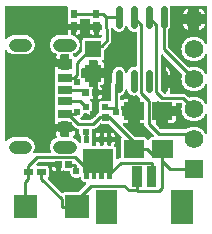
<source format=gtl>
G04 Layer: TopLayer*
G04 EasyEDA v6.5.9, 2022-07-20 11:51:06*
G04 f1700a5533a94dbab9b25466b2df9886,20d39a695127413eb41274384cfbb926,10*
G04 Gerber Generator version 0.2*
G04 Scale: 100 percent, Rotated: No, Reflected: No *
G04 Dimensions in millimeters *
G04 leading zeros omitted , absolute positions ,4 integer and 5 decimal *
%FSLAX45Y45*%
%MOMM*%

%ADD10C,0.2540*%
%ADD11C,0.5684*%
%ADD12R,1.3500X1.4100*%
%ADD13R,0.5400X0.7901*%
%ADD14R,2.6000X2.0500*%
%ADD15R,1.2000X0.7000*%
%ADD16R,1.2000X0.8000*%
%ADD17R,1.2000X0.9000*%
%ADD18R,1.7280X1.4850*%
%ADD19R,0.5400X0.5657*%
%ADD20C,1.5748*%
%ADD21R,1.5748X1.5748*%
%ADD22C,0.6096*%
%ADD23C,0.6100*%
%ADD24C,1.1000*%
%ADD25C,0.0147*%

%LPD*%
G36*
X2425547Y8395563D02*
G01*
X2421483Y8397494D01*
X2418638Y8400999D01*
X2414727Y8408924D01*
X2407107Y8420303D01*
X2398064Y8430564D01*
X2387803Y8439607D01*
X2376424Y8447227D01*
X2364130Y8453272D01*
X2351176Y8457641D01*
X2337765Y8460333D01*
X2324100Y8461248D01*
X2310434Y8460333D01*
X2297023Y8457641D01*
X2288540Y8454796D01*
X2284831Y8454237D01*
X2281174Y8455101D01*
X2278075Y8457234D01*
X2111705Y8623604D01*
X2109470Y8626906D01*
X2108708Y8630818D01*
X2108708Y8769959D01*
X2109470Y8773820D01*
X2117140Y8784894D01*
X2121103Y8793429D01*
X2123541Y8802573D01*
X2124405Y8812479D01*
X2124405Y8949740D01*
X2123541Y8959646D01*
X2122830Y8964980D01*
X2123897Y8968536D01*
X2126132Y8971483D01*
X2129282Y8973413D01*
X2132939Y8974074D01*
X2266543Y8974074D01*
X2270709Y8973159D01*
X2274163Y8970619D01*
X2276246Y8966860D01*
X2276602Y8962593D01*
X2275179Y8958529D01*
X2272182Y8955481D01*
X2260396Y8947607D01*
X2250135Y8938564D01*
X2241092Y8928303D01*
X2233472Y8916924D01*
X2230221Y8910320D01*
X2278380Y8910320D01*
X2278380Y8963914D01*
X2279142Y8967825D01*
X2281377Y8971076D01*
X2284628Y8973312D01*
X2288540Y8974074D01*
X2359660Y8974074D01*
X2363571Y8973312D01*
X2366822Y8971076D01*
X2369058Y8967825D01*
X2369820Y8963914D01*
X2369820Y8910320D01*
X2417978Y8910320D01*
X2414727Y8916924D01*
X2407107Y8928303D01*
X2398064Y8938564D01*
X2387803Y8947607D01*
X2376017Y8955481D01*
X2373020Y8958529D01*
X2371598Y8962593D01*
X2371953Y8966860D01*
X2374036Y8970619D01*
X2377490Y8973159D01*
X2381656Y8974074D01*
X2427732Y8974074D01*
X2431643Y8973312D01*
X2434894Y8971076D01*
X2437130Y8967825D01*
X2437892Y8963914D01*
X2437892Y8913469D01*
X2436876Y8909100D01*
X2435199Y8906916D01*
X2437130Y8904071D01*
X2437892Y8900160D01*
X2437892Y8829040D01*
X2437130Y8825128D01*
X2435199Y8822283D01*
X2436876Y8820099D01*
X2437892Y8815730D01*
X2437892Y8659469D01*
X2436876Y8655100D01*
X2434082Y8651544D01*
X2430018Y8649563D01*
X2425547Y8649563D01*
X2421483Y8651494D01*
X2418638Y8654999D01*
X2414727Y8662924D01*
X2407107Y8674303D01*
X2398064Y8684564D01*
X2387803Y8693607D01*
X2376424Y8701227D01*
X2364130Y8707272D01*
X2351176Y8711641D01*
X2337765Y8714333D01*
X2324100Y8715248D01*
X2310434Y8714333D01*
X2297023Y8711641D01*
X2284069Y8707272D01*
X2271776Y8701227D01*
X2260396Y8693607D01*
X2250135Y8684564D01*
X2241092Y8674303D01*
X2233472Y8662924D01*
X2227427Y8650630D01*
X2223058Y8637676D01*
X2220366Y8624265D01*
X2219452Y8610600D01*
X2220366Y8596934D01*
X2223058Y8583523D01*
X2227427Y8570569D01*
X2233472Y8558276D01*
X2241092Y8546896D01*
X2250135Y8536635D01*
X2260396Y8527592D01*
X2271776Y8519972D01*
X2284069Y8513927D01*
X2297023Y8509558D01*
X2310434Y8506866D01*
X2324100Y8505952D01*
X2337765Y8506866D01*
X2351176Y8509558D01*
X2364130Y8513927D01*
X2376424Y8519972D01*
X2387803Y8527592D01*
X2398064Y8536635D01*
X2407107Y8546896D01*
X2414727Y8558276D01*
X2418638Y8566200D01*
X2421483Y8569706D01*
X2425547Y8571636D01*
X2430018Y8571636D01*
X2434082Y8569655D01*
X2436876Y8566099D01*
X2437892Y8561730D01*
X2437892Y8405469D01*
X2436876Y8401100D01*
X2434082Y8397544D01*
X2430018Y8395563D01*
G37*

%LPC*%
G36*
X2278380Y8770721D02*
G01*
X2278380Y8818880D01*
X2230221Y8818880D01*
X2233472Y8812276D01*
X2241092Y8800896D01*
X2250135Y8790635D01*
X2260396Y8781592D01*
X2271776Y8773972D01*
G37*
G36*
X2369820Y8770721D02*
G01*
X2376424Y8773972D01*
X2387803Y8781592D01*
X2398064Y8790635D01*
X2407107Y8800896D01*
X2414727Y8812276D01*
X2417978Y8818880D01*
X2369820Y8818880D01*
G37*

%LPD*%
G36*
X2425547Y8141563D02*
G01*
X2421483Y8143494D01*
X2418638Y8146999D01*
X2414727Y8154924D01*
X2407107Y8166303D01*
X2398064Y8176564D01*
X2387803Y8185607D01*
X2376424Y8193227D01*
X2364130Y8199272D01*
X2351176Y8203641D01*
X2337765Y8206333D01*
X2324100Y8207248D01*
X2310434Y8206333D01*
X2297023Y8203641D01*
X2288540Y8200796D01*
X2284831Y8200237D01*
X2281174Y8201101D01*
X2278075Y8203234D01*
X2260752Y8220557D01*
X2254504Y8225688D01*
X2247849Y8229244D01*
X2240635Y8231428D01*
X2232609Y8232241D01*
X2127656Y8232241D01*
X2123643Y8233003D01*
X2120341Y8235340D01*
X2118156Y8238744D01*
X2117496Y8242757D01*
X2118410Y8246668D01*
X2121103Y8252409D01*
X2123541Y8261553D01*
X2124405Y8271459D01*
X2124405Y8284972D01*
X2090674Y8284972D01*
X2090674Y8242401D01*
X2089912Y8238490D01*
X2087676Y8235188D01*
X2084374Y8233003D01*
X2080514Y8232241D01*
X2078380Y8232241D01*
X2074519Y8233003D01*
X2071217Y8235188D01*
X2052523Y8253882D01*
X2050288Y8257184D01*
X2049525Y8261045D01*
X2049525Y8286800D01*
X2047239Y8289086D01*
X2045716Y8291931D01*
X2045207Y8295131D01*
X2045207Y8385048D01*
X2045716Y8388248D01*
X2047239Y8391093D01*
X2049525Y8393379D01*
X2049525Y8463432D01*
X2047239Y8465667D01*
X2045716Y8468563D01*
X2045207Y8471763D01*
X2045207Y8556345D01*
X2045970Y8560257D01*
X2048205Y8563559D01*
X2051507Y8565743D01*
X2055368Y8566505D01*
X2059279Y8565743D01*
X2062530Y8563559D01*
X2223465Y8402624D01*
X2225598Y8399526D01*
X2226462Y8395868D01*
X2225903Y8392160D01*
X2223058Y8383676D01*
X2220366Y8370265D01*
X2219452Y8356600D01*
X2220366Y8342934D01*
X2223058Y8329523D01*
X2227427Y8316569D01*
X2233472Y8304275D01*
X2241092Y8292896D01*
X2250135Y8282635D01*
X2260396Y8273592D01*
X2271776Y8265972D01*
X2284069Y8259927D01*
X2297023Y8255558D01*
X2310434Y8252866D01*
X2324100Y8251952D01*
X2337765Y8252866D01*
X2351176Y8255558D01*
X2364130Y8259927D01*
X2376424Y8265972D01*
X2387803Y8273592D01*
X2398064Y8282635D01*
X2407107Y8292896D01*
X2414727Y8304275D01*
X2418638Y8312200D01*
X2421483Y8315706D01*
X2425547Y8317636D01*
X2430018Y8317636D01*
X2434082Y8315655D01*
X2436876Y8312099D01*
X2437892Y8307730D01*
X2437892Y8151469D01*
X2436876Y8147100D01*
X2434082Y8143544D01*
X2430018Y8141563D01*
G37*

%LPC*%
G36*
X2090674Y8395208D02*
G01*
X2124405Y8395208D01*
X2124405Y8408720D01*
X2123541Y8418626D01*
X2121103Y8427770D01*
X2117140Y8436305D01*
X2111705Y8444077D01*
X2104999Y8450783D01*
X2097227Y8456218D01*
X2090674Y8459266D01*
G37*

%LPD*%
G36*
X1373632Y8014208D02*
G01*
X1369466Y8015122D01*
X1366062Y8017611D01*
X1363929Y8021320D01*
X1363522Y8025536D01*
X1364894Y8029600D01*
X1367790Y8032699D01*
X1369720Y8034020D01*
X1376629Y8040979D01*
X1382928Y8050022D01*
X1385925Y8052917D01*
X1389837Y8054289D01*
X1389837Y8056118D01*
X1390599Y8060029D01*
X1392834Y8063331D01*
X1396136Y8065516D01*
X1399997Y8066278D01*
X1419402Y8066278D01*
X1423263Y8065516D01*
X1426565Y8063331D01*
X1428800Y8060029D01*
X1429562Y8056118D01*
X1429562Y8054390D01*
X1462633Y8054340D01*
X1462633Y8061655D01*
X1461871Y8067954D01*
X1459839Y8073847D01*
X1459280Y8077200D01*
X1459839Y8080552D01*
X1461871Y8086445D01*
X1462633Y8092744D01*
X1462633Y8148218D01*
X1461871Y8154517D01*
X1459992Y8159953D01*
X1456893Y8164880D01*
X1452829Y8168944D01*
X1447952Y8172043D01*
X1444904Y8174939D01*
X1443329Y8178850D01*
X1443482Y8183067D01*
X1445310Y8186826D01*
X1448511Y8189569D01*
X1452524Y8190788D01*
X1463344Y8189366D01*
X1470609Y8189366D01*
X1470609Y8222437D01*
X1468882Y8222437D01*
X1464970Y8223199D01*
X1461668Y8225434D01*
X1459484Y8228736D01*
X1458722Y8232597D01*
X1458722Y8252002D01*
X1459484Y8255863D01*
X1461668Y8259165D01*
X1464970Y8261400D01*
X1468882Y8262162D01*
X1470609Y8262162D01*
X1470609Y8289290D01*
X1452219Y8289290D01*
X1449527Y8289645D01*
X1447088Y8290661D01*
X1443532Y8292744D01*
X1439926Y8294014D01*
X1436370Y8296148D01*
X1433931Y8299551D01*
X1433118Y8303615D01*
X1433118Y8364423D01*
X1383893Y8364423D01*
X1379982Y8365185D01*
X1376730Y8367369D01*
X1372260Y8371840D01*
X1370177Y8374786D01*
X1369314Y8378342D01*
X1369720Y8381949D01*
X1371295Y8387181D01*
X1372108Y8395208D01*
X1372108Y8437422D01*
X1372870Y8441334D01*
X1375105Y8444636D01*
X1378356Y8446820D01*
X1382268Y8447582D01*
X1433118Y8447582D01*
X1433118Y8505444D01*
X1433880Y8509304D01*
X1436065Y8512606D01*
X1439367Y8514842D01*
X1443278Y8515604D01*
X1503121Y8515604D01*
X1507032Y8514842D01*
X1510334Y8512606D01*
X1512519Y8509304D01*
X1513281Y8505444D01*
X1513281Y8447582D01*
X1566621Y8447582D01*
X1566621Y8475929D01*
X1565910Y8482228D01*
X1563979Y8487714D01*
X1560880Y8492591D01*
X1556816Y8496706D01*
X1550924Y8500414D01*
X1547977Y8503208D01*
X1546402Y8506968D01*
X1546402Y8511032D01*
X1547977Y8514791D01*
X1550924Y8517585D01*
X1556816Y8521293D01*
X1560880Y8525408D01*
X1563979Y8530285D01*
X1565910Y8535771D01*
X1566621Y8542070D01*
X1566621Y8595868D01*
X1567078Y8599017D01*
X1568551Y8601811D01*
X1570736Y8604097D01*
X1575155Y8607298D01*
X1580591Y8613241D01*
X1620215Y8666327D01*
X1622348Y8670188D01*
X1623568Y8673134D01*
X1624888Y8677300D01*
X1625549Y8680399D01*
X1626057Y8684768D01*
X1623212Y8779306D01*
X1623974Y8783574D01*
X1626412Y8787079D01*
X1630121Y8789263D01*
X1634439Y8789720D01*
X1638503Y8788400D01*
X1641652Y8785453D01*
X1647494Y8777122D01*
X1654200Y8770416D01*
X1661972Y8764981D01*
X1670507Y8761018D01*
X1679651Y8758529D01*
X1689100Y8757716D01*
X1698548Y8758529D01*
X1707692Y8761018D01*
X1716227Y8764981D01*
X1723999Y8770416D01*
X1730705Y8777122D01*
X1736140Y8784894D01*
X1740103Y8793429D01*
X1742795Y8803436D01*
X1744827Y8807297D01*
X1748282Y8809990D01*
X1752600Y8810955D01*
X1756918Y8809990D01*
X1760372Y8807297D01*
X1762404Y8803436D01*
X1765096Y8793429D01*
X1769059Y8784894D01*
X1774494Y8777122D01*
X1781200Y8770416D01*
X1788972Y8764981D01*
X1797507Y8761018D01*
X1806651Y8758529D01*
X1816100Y8757716D01*
X1825548Y8758529D01*
X1828190Y8759291D01*
X1831898Y8759545D01*
X1835454Y8758529D01*
X1838401Y8756243D01*
X1840331Y8753094D01*
X1840992Y8749436D01*
X1840992Y8471763D01*
X1840331Y8468106D01*
X1838401Y8464956D01*
X1835454Y8462670D01*
X1831898Y8461654D01*
X1828190Y8461908D01*
X1825548Y8462619D01*
X1816100Y8463483D01*
X1806651Y8462619D01*
X1797507Y8460181D01*
X1788972Y8456218D01*
X1781200Y8450783D01*
X1774494Y8444077D01*
X1769059Y8436305D01*
X1765096Y8427770D01*
X1762404Y8417763D01*
X1760372Y8413902D01*
X1756918Y8411210D01*
X1752600Y8410244D01*
X1748282Y8411210D01*
X1744827Y8413902D01*
X1742795Y8417763D01*
X1740103Y8427770D01*
X1736140Y8436305D01*
X1730705Y8444077D01*
X1723999Y8450783D01*
X1716227Y8456218D01*
X1707692Y8460181D01*
X1698548Y8462619D01*
X1689100Y8463483D01*
X1679651Y8462619D01*
X1670507Y8460181D01*
X1661972Y8456218D01*
X1654200Y8450783D01*
X1647494Y8444077D01*
X1642059Y8436305D01*
X1638096Y8427770D01*
X1635658Y8418626D01*
X1634794Y8408720D01*
X1634794Y8343747D01*
X1634185Y8340344D01*
X1632457Y8337296D01*
X1630730Y8335213D01*
X1627174Y8328558D01*
X1624990Y8321344D01*
X1624228Y8313318D01*
X1624228Y8182457D01*
X1623466Y8178647D01*
X1621383Y8175447D01*
X1618234Y8173212D01*
X1614525Y8172297D01*
X1610664Y8172856D01*
X1607566Y8173974D01*
X1601216Y8174685D01*
X1548384Y8174685D01*
X1542034Y8173974D01*
X1536598Y8172043D01*
X1531670Y8168944D01*
X1527606Y8164880D01*
X1524508Y8159953D01*
X1522628Y8154517D01*
X1521917Y8148218D01*
X1521917Y8092744D01*
X1522628Y8086445D01*
X1523898Y8082788D01*
X1524457Y8078724D01*
X1523339Y8074812D01*
X1520850Y8071612D01*
X1510080Y8065973D01*
X1503883Y8060842D01*
X1460195Y8017205D01*
X1456893Y8014970D01*
X1452981Y8014208D01*
G37*

%LPC*%
G36*
X1511554Y8189366D02*
G01*
X1518818Y8189366D01*
X1525117Y8190128D01*
X1530553Y8192008D01*
X1535480Y8195106D01*
X1539544Y8199170D01*
X1542643Y8204098D01*
X1544574Y8209534D01*
X1545285Y8215884D01*
X1545285Y8222437D01*
X1511554Y8222437D01*
G37*
G36*
X1511554Y8262162D02*
G01*
X1545285Y8262162D01*
X1545285Y8268716D01*
X1544574Y8275066D01*
X1542643Y8280501D01*
X1539544Y8285429D01*
X1535480Y8289493D01*
X1533347Y8290814D01*
X1530299Y8293862D01*
X1528724Y8297925D01*
X1529029Y8302244D01*
X1531061Y8306053D01*
X1534515Y8308644D01*
X1540154Y8309609D01*
X1546453Y8310321D01*
X1551889Y8312200D01*
X1556816Y8315299D01*
X1560880Y8319363D01*
X1563979Y8324291D01*
X1565910Y8329726D01*
X1566621Y8336076D01*
X1566621Y8364423D01*
X1513281Y8364423D01*
X1513281Y8299450D01*
X1512874Y8296452D01*
X1511554Y8293760D01*
G37*

%LPD*%
G36*
X2425547Y7887563D02*
G01*
X2421483Y7889494D01*
X2418638Y7892999D01*
X2414727Y7900924D01*
X2407107Y7912303D01*
X2398064Y7922564D01*
X2387803Y7931607D01*
X2376424Y7939227D01*
X2364130Y7945272D01*
X2351176Y7949641D01*
X2337765Y7952333D01*
X2324100Y7953248D01*
X2310434Y7952333D01*
X2297023Y7949641D01*
X2284069Y7945272D01*
X2271776Y7939227D01*
X2261819Y7932572D01*
X2259126Y7931302D01*
X2256180Y7930845D01*
X2049018Y7930845D01*
X2045106Y7931607D01*
X2041804Y7933842D01*
X2009089Y7966557D01*
X2007107Y7969402D01*
X2006142Y7972755D01*
X2006447Y7976209D01*
X2007870Y7979409D01*
X2007870Y8040573D01*
X1991664Y8040573D01*
X1987804Y8041335D01*
X1984502Y8043570D01*
X1982266Y8046821D01*
X1981504Y8050733D01*
X1981504Y8117382D01*
X1982266Y8121243D01*
X1984502Y8124545D01*
X1987804Y8126730D01*
X1991664Y8127542D01*
X2007870Y8127542D01*
X2007870Y8164830D01*
X2008632Y8168690D01*
X2010816Y8171992D01*
X2014118Y8174228D01*
X2018030Y8174990D01*
X2021890Y8174228D01*
X2025192Y8171992D01*
X2030526Y8166658D01*
X2036775Y8161528D01*
X2043430Y8157972D01*
X2050643Y8155787D01*
X2058670Y8155025D01*
X2096770Y8155025D01*
X2100681Y8154212D01*
X2103983Y8152028D01*
X2106168Y8148726D01*
X2106930Y8144865D01*
X2106930Y8127542D01*
X2169718Y8127542D01*
X2169718Y8144865D01*
X2170480Y8148726D01*
X2172665Y8152028D01*
X2175967Y8154212D01*
X2179878Y8155025D01*
X2212898Y8155025D01*
X2216759Y8154212D01*
X2220061Y8152028D01*
X2223465Y8148624D01*
X2225598Y8145525D01*
X2226462Y8141868D01*
X2225903Y8138159D01*
X2223058Y8129676D01*
X2220366Y8116265D01*
X2219452Y8102600D01*
X2220366Y8088934D01*
X2223058Y8075523D01*
X2227427Y8062569D01*
X2233472Y8050275D01*
X2241092Y8038896D01*
X2250135Y8028635D01*
X2260396Y8019592D01*
X2271776Y8011972D01*
X2284069Y8005927D01*
X2297023Y8001558D01*
X2310434Y7998866D01*
X2324100Y7997952D01*
X2337765Y7998866D01*
X2351176Y8001558D01*
X2364130Y8005927D01*
X2376424Y8011972D01*
X2387803Y8019592D01*
X2398064Y8028635D01*
X2407107Y8038896D01*
X2414727Y8050275D01*
X2418638Y8058200D01*
X2421483Y8061706D01*
X2425547Y8063636D01*
X2430018Y8063636D01*
X2434082Y8061655D01*
X2436876Y8058099D01*
X2437892Y8053730D01*
X2437892Y7897469D01*
X2436876Y7893100D01*
X2434082Y7889544D01*
X2430018Y7887563D01*
G37*

%LPC*%
G36*
X2106930Y7983880D02*
G01*
X2143252Y7983880D01*
X2149551Y7984591D01*
X2155037Y7986522D01*
X2159914Y7989570D01*
X2164029Y7993684D01*
X2167077Y7998561D01*
X2169007Y8004048D01*
X2169718Y8010347D01*
X2169718Y8040573D01*
X2106930Y8040573D01*
G37*

%LPD*%
G36*
X1936750Y7840268D02*
G01*
X1932686Y7841132D01*
X1929282Y7843520D01*
X1927148Y7847075D01*
X1925777Y7851038D01*
X1922729Y7855915D01*
X1918614Y7860030D01*
X1913737Y7863078D01*
X1908251Y7865008D01*
X1901952Y7865719D01*
X1831898Y7865719D01*
X1828038Y7866481D01*
X1824736Y7868666D01*
X1726895Y7966557D01*
X1724660Y7969859D01*
X1723898Y7973720D01*
X1724660Y7977631D01*
X1726895Y7980934D01*
X1730146Y7983118D01*
X1734057Y7983880D01*
X1766570Y7983880D01*
X1766570Y8040573D01*
X1724507Y8040573D01*
X1720545Y8041386D01*
X1717243Y8043672D01*
X1715058Y8047075D01*
X1714398Y8051088D01*
X1718310Y8065516D01*
X1719173Y8075269D01*
X1718310Y8085074D01*
X1715770Y8094573D01*
X1711604Y8103463D01*
X1705965Y8111540D01*
X1704289Y8115604D01*
X1704492Y8119973D01*
X1706524Y8123885D01*
X1710029Y8126577D01*
X1714296Y8127542D01*
X1766570Y8127542D01*
X1766570Y8184184D01*
X1730248Y8184184D01*
X1723948Y8183473D01*
X1718462Y8181594D01*
X1716989Y8180628D01*
X1712925Y8179155D01*
X1708657Y8179511D01*
X1704898Y8181594D01*
X1702307Y8185048D01*
X1701444Y8189264D01*
X1701444Y8210600D01*
X1702155Y8214359D01*
X1704187Y8217560D01*
X1707286Y8219795D01*
X1716227Y8223961D01*
X1723999Y8229396D01*
X1730705Y8236102D01*
X1736140Y8243874D01*
X1740103Y8252409D01*
X1742795Y8262416D01*
X1744827Y8266277D01*
X1748282Y8268970D01*
X1752600Y8269935D01*
X1756918Y8268970D01*
X1760372Y8266277D01*
X1762404Y8262416D01*
X1765096Y8252409D01*
X1769059Y8243874D01*
X1774494Y8236102D01*
X1781200Y8229396D01*
X1788972Y8223961D01*
X1797507Y8219998D01*
X1806651Y8217509D01*
X1816100Y8216696D01*
X1825548Y8217509D01*
X1835708Y8220303D01*
X1839772Y8220862D01*
X1843735Y8219744D01*
X1846884Y8217153D01*
X1852675Y8210143D01*
X1862683Y8200136D01*
X1864868Y8196834D01*
X1865630Y8192973D01*
X1865630Y8127542D01*
X1894128Y8127542D01*
X1898040Y8126730D01*
X1901291Y8124545D01*
X1903526Y8121243D01*
X1904288Y8117382D01*
X1904288Y8050733D01*
X1903526Y8046821D01*
X1901291Y8043570D01*
X1898040Y8041335D01*
X1894128Y8040573D01*
X1865630Y8040573D01*
X1865630Y7983880D01*
X1894586Y7983880D01*
X1898243Y7983220D01*
X1901393Y7981238D01*
X1903628Y7978292D01*
X1904695Y7974736D01*
X1905101Y7970621D01*
X1907286Y7963408D01*
X1910842Y7956702D01*
X1915972Y7950504D01*
X1983384Y7883042D01*
X1985568Y7879740D01*
X1986381Y7875879D01*
X1985568Y7871968D01*
X1983384Y7868666D01*
X1980082Y7866481D01*
X1976221Y7865719D01*
X1971548Y7865719D01*
X1965248Y7865008D01*
X1959762Y7863078D01*
X1954885Y7860030D01*
X1950770Y7855915D01*
X1947722Y7851038D01*
X1946351Y7847075D01*
X1944217Y7843520D01*
X1940814Y7841132D01*
G37*

%LPD*%
G36*
X975715Y7729524D02*
G01*
X971499Y7730185D01*
X967841Y7732522D01*
X965555Y7736179D01*
X964946Y7740396D01*
X966165Y7744561D01*
X969873Y7751318D01*
X973886Y7762138D01*
X976325Y7773416D01*
X977137Y7784896D01*
X976325Y7796428D01*
X973886Y7807706D01*
X969873Y7818526D01*
X964336Y7828635D01*
X957427Y7837881D01*
X949248Y7846009D01*
X940003Y7852968D01*
X929894Y7858455D01*
X919073Y7862519D01*
X907796Y7864957D01*
X895908Y7865821D01*
X806653Y7865821D01*
X794766Y7864957D01*
X783488Y7862519D01*
X772668Y7858455D01*
X762558Y7852968D01*
X753313Y7846009D01*
X745134Y7837881D01*
X744220Y7836611D01*
X741070Y7833868D01*
X737057Y7832598D01*
X732891Y7833055D01*
X729234Y7835188D01*
X726795Y7838592D01*
X725932Y7842707D01*
X725932Y8591092D01*
X726795Y8595207D01*
X729234Y8598611D01*
X732891Y8600744D01*
X737057Y8601202D01*
X741070Y8599932D01*
X744220Y8597188D01*
X745134Y8595918D01*
X753313Y8587790D01*
X762558Y8580831D01*
X772668Y8575344D01*
X783488Y8571280D01*
X794766Y8568842D01*
X806653Y8567978D01*
X895908Y8567978D01*
X907796Y8568842D01*
X919073Y8571280D01*
X929894Y8575344D01*
X940003Y8580831D01*
X949248Y8587790D01*
X957427Y8595918D01*
X964336Y8605164D01*
X969873Y8615273D01*
X973886Y8626094D01*
X976325Y8637371D01*
X977137Y8648903D01*
X976325Y8660384D01*
X973886Y8671661D01*
X969873Y8682482D01*
X964336Y8692642D01*
X957427Y8701887D01*
X949248Y8710015D01*
X940003Y8716924D01*
X929894Y8722461D01*
X919073Y8726525D01*
X907796Y8728964D01*
X895908Y8729827D01*
X806653Y8729827D01*
X794766Y8728964D01*
X783488Y8726525D01*
X772668Y8722461D01*
X762558Y8716924D01*
X753313Y8710015D01*
X745134Y8701887D01*
X744220Y8700617D01*
X741070Y8697874D01*
X737057Y8696604D01*
X732891Y8697061D01*
X729234Y8699195D01*
X726795Y8702598D01*
X725932Y8706713D01*
X725932Y8963914D01*
X726694Y8967825D01*
X728929Y8971076D01*
X732180Y8973312D01*
X736092Y8974074D01*
X1250086Y8974074D01*
X1254302Y8973159D01*
X1257757Y8970619D01*
X1259789Y8966860D01*
X1260144Y8962542D01*
X1258671Y8958529D01*
X1257808Y8957106D01*
X1255928Y8951671D01*
X1255217Y8945321D01*
X1255217Y8867495D01*
X1255928Y8861145D01*
X1257960Y8855252D01*
X1258519Y8851900D01*
X1257960Y8848547D01*
X1255928Y8842654D01*
X1255217Y8836304D01*
X1255217Y8823502D01*
X1288237Y8823502D01*
X1288237Y8830818D01*
X1288999Y8834729D01*
X1291234Y8838031D01*
X1294536Y8840216D01*
X1298397Y8840978D01*
X1317802Y8840978D01*
X1321663Y8840216D01*
X1324965Y8838031D01*
X1327200Y8834729D01*
X1327962Y8830818D01*
X1327962Y8823502D01*
X1361033Y8823502D01*
X1361033Y8836304D01*
X1360271Y8842654D01*
X1358239Y8848547D01*
X1357680Y8851900D01*
X1358239Y8855252D01*
X1360220Y8860993D01*
X1362405Y8864549D01*
X1365758Y8866936D01*
X1369822Y8867800D01*
X1436878Y8867800D01*
X1440942Y8866936D01*
X1444294Y8864549D01*
X1446479Y8860993D01*
X1448460Y8855252D01*
X1449019Y8851900D01*
X1448460Y8848547D01*
X1446428Y8842654D01*
X1445717Y8836304D01*
X1445717Y8823502D01*
X1478737Y8823502D01*
X1478737Y8830818D01*
X1479499Y8834729D01*
X1481734Y8838031D01*
X1485036Y8840216D01*
X1488897Y8840978D01*
X1508302Y8840978D01*
X1512163Y8840216D01*
X1515465Y8838031D01*
X1517700Y8834729D01*
X1518462Y8830818D01*
X1518462Y8823502D01*
X1534668Y8823502D01*
X1538478Y8822740D01*
X1541780Y8820658D01*
X1543964Y8817457D01*
X1544828Y8813647D01*
X1545844Y8781796D01*
X1545183Y8777782D01*
X1542999Y8774379D01*
X1539646Y8772093D01*
X1535684Y8771280D01*
X1518462Y8771280D01*
X1518462Y8731961D01*
X1525016Y8731961D01*
X1531366Y8732672D01*
X1534160Y8733688D01*
X1537919Y8734247D01*
X1541627Y8733383D01*
X1544726Y8731250D01*
X1546860Y8728100D01*
X1547672Y8724392D01*
X1547876Y8718905D01*
X1547164Y8714892D01*
X1544980Y8711488D01*
X1541678Y8709202D01*
X1537716Y8708390D01*
X1406245Y8708390D01*
X1399946Y8707678D01*
X1394510Y8705799D01*
X1389583Y8702700D01*
X1385519Y8698636D01*
X1382420Y8693708D01*
X1380490Y8688273D01*
X1379778Y8681923D01*
X1379778Y8601405D01*
X1379016Y8597493D01*
X1376832Y8594191D01*
X1327912Y8545322D01*
X1324914Y8543239D01*
X1321409Y8542375D01*
X1317802Y8542782D01*
X1314602Y8544407D01*
X1311554Y8548014D01*
X1307490Y8552129D01*
X1302562Y8555177D01*
X1299413Y8558326D01*
X1297889Y8562543D01*
X1298346Y8567013D01*
X1300683Y8570823D01*
X1304442Y8573312D01*
X1309878Y8575344D01*
X1319987Y8580831D01*
X1329232Y8587790D01*
X1337411Y8595918D01*
X1344320Y8605164D01*
X1349857Y8615273D01*
X1353870Y8626094D01*
X1356360Y8637371D01*
X1357172Y8648903D01*
X1356360Y8660384D01*
X1353870Y8671661D01*
X1349857Y8682482D01*
X1344320Y8692642D01*
X1337411Y8701887D01*
X1329232Y8710015D01*
X1324356Y8713673D01*
X1321562Y8716822D01*
X1320596Y8720074D01*
X1316939Y8719616D01*
X1312926Y8720785D01*
X1309878Y8722461D01*
X1299057Y8726525D01*
X1296263Y8727135D01*
X1293063Y8728405D01*
X1290523Y8730691D01*
X1288846Y8733688D01*
X1288237Y8737041D01*
X1288237Y8771280D01*
X1255217Y8771280D01*
X1255217Y8758478D01*
X1255928Y8752128D01*
X1257808Y8746693D01*
X1258620Y8745372D01*
X1260094Y8741308D01*
X1259738Y8737041D01*
X1257706Y8733282D01*
X1254252Y8730691D01*
X1250035Y8729827D01*
X1186637Y8729827D01*
X1174750Y8728964D01*
X1163472Y8726525D01*
X1152702Y8722461D01*
X1142542Y8716924D01*
X1133297Y8710015D01*
X1125169Y8701887D01*
X1118260Y8692642D01*
X1112723Y8682482D01*
X1108659Y8671661D01*
X1106220Y8660384D01*
X1105408Y8648903D01*
X1106220Y8637371D01*
X1108659Y8626094D01*
X1112723Y8615273D01*
X1118260Y8605164D01*
X1125169Y8595918D01*
X1133297Y8587790D01*
X1142542Y8580831D01*
X1152702Y8575344D01*
X1158189Y8573262D01*
X1161948Y8570823D01*
X1164285Y8566962D01*
X1164742Y8562543D01*
X1163218Y8558326D01*
X1160068Y8555126D01*
X1155242Y8552129D01*
X1151128Y8548014D01*
X1148080Y8543137D01*
X1146149Y8537651D01*
X1145438Y8531352D01*
X1145438Y8515756D01*
X1195019Y8515756D01*
X1195019Y8557818D01*
X1195781Y8561730D01*
X1197965Y8565032D01*
X1201267Y8567216D01*
X1205179Y8567978D01*
X1257554Y8567978D01*
X1261414Y8567216D01*
X1264716Y8565032D01*
X1266952Y8561730D01*
X1267714Y8557818D01*
X1267714Y8515756D01*
X1285646Y8515756D01*
X1289761Y8514892D01*
X1293164Y8512403D01*
X1295298Y8508796D01*
X1295755Y8504580D01*
X1294892Y8495792D01*
X1294892Y8468207D01*
X1294130Y8464346D01*
X1291894Y8461044D01*
X1288643Y8458809D01*
X1284732Y8458047D01*
X1267714Y8458047D01*
X1267714Y8444941D01*
X1266952Y8441080D01*
X1264716Y8437778D01*
X1261414Y8435594D01*
X1257554Y8434781D01*
X1205179Y8434781D01*
X1201267Y8435594D01*
X1197965Y8437778D01*
X1195781Y8441080D01*
X1195019Y8444941D01*
X1195019Y8458047D01*
X1145438Y8458047D01*
X1145438Y8442452D01*
X1146149Y8436152D01*
X1148435Y8429599D01*
X1148943Y8424113D01*
X1148384Y8421166D01*
X1146098Y8414664D01*
X1145387Y8408314D01*
X1145387Y8329472D01*
X1146098Y8323122D01*
X1147521Y8318957D01*
X1148130Y8315604D01*
X1147521Y8312251D01*
X1145946Y8307628D01*
X1145235Y8301329D01*
X1145235Y8232444D01*
X1145946Y8226145D01*
X1147978Y8220252D01*
X1148537Y8216900D01*
X1147978Y8213547D01*
X1145946Y8207654D01*
X1145235Y8201304D01*
X1145235Y8132470D01*
X1145946Y8126120D01*
X1147673Y8121192D01*
X1148232Y8117840D01*
X1147673Y8114436D01*
X1146352Y8110677D01*
X1145641Y8104327D01*
X1145641Y8025485D01*
X1146352Y8019135D01*
X1148638Y8012633D01*
X1149146Y8008213D01*
X1148435Y8004200D01*
X1146149Y7997647D01*
X1145438Y7991348D01*
X1145438Y7975752D01*
X1195019Y7975752D01*
X1195019Y7988858D01*
X1195781Y7992719D01*
X1197965Y7996021D01*
X1201267Y7998206D01*
X1205179Y7999018D01*
X1257554Y7999018D01*
X1261414Y7998206D01*
X1264716Y7996021D01*
X1266952Y7992719D01*
X1267714Y7988858D01*
X1267714Y7975752D01*
X1287221Y7975752D01*
X1291132Y7974990D01*
X1294434Y7972755D01*
X1318564Y7948675D01*
X1324762Y7943545D01*
X1331468Y7939989D01*
X1338681Y7937804D01*
X1345996Y7937042D01*
X1350162Y7935722D01*
X1353362Y7932724D01*
X1355039Y7928660D01*
X1354836Y7924342D01*
X1354175Y7921904D01*
X1353312Y7912100D01*
X1354175Y7902295D01*
X1356715Y7892796D01*
X1360881Y7883906D01*
X1366062Y7876540D01*
X1367434Y7873746D01*
X1367891Y7870698D01*
X1367891Y7825282D01*
X1366926Y7820914D01*
X1364183Y7817408D01*
X1360220Y7815427D01*
X1355801Y7815275D01*
X1351737Y7817053D01*
X1348790Y7820406D01*
X1344320Y7828635D01*
X1337411Y7837881D01*
X1329232Y7846009D01*
X1319987Y7852968D01*
X1309878Y7858455D01*
X1304442Y7860487D01*
X1300683Y7862976D01*
X1298346Y7866786D01*
X1297889Y7871256D01*
X1299413Y7875473D01*
X1302562Y7878622D01*
X1307490Y7881670D01*
X1311554Y7885785D01*
X1314653Y7890662D01*
X1316532Y7896148D01*
X1317244Y7902448D01*
X1317244Y7918043D01*
X1267714Y7918043D01*
X1267714Y7875981D01*
X1266952Y7872069D01*
X1264716Y7868767D01*
X1261414Y7866583D01*
X1257554Y7865821D01*
X1205179Y7865821D01*
X1201267Y7866583D01*
X1197965Y7868767D01*
X1195781Y7872069D01*
X1195019Y7875981D01*
X1195019Y7918043D01*
X1145438Y7918043D01*
X1145438Y7902448D01*
X1146149Y7896148D01*
X1148080Y7890662D01*
X1151128Y7885785D01*
X1155242Y7881670D01*
X1160068Y7878673D01*
X1163218Y7875473D01*
X1164742Y7871256D01*
X1164285Y7866837D01*
X1161948Y7862976D01*
X1158189Y7860538D01*
X1152702Y7858455D01*
X1142542Y7852968D01*
X1133297Y7846009D01*
X1125169Y7837881D01*
X1118260Y7828635D01*
X1112723Y7818526D01*
X1108659Y7807706D01*
X1106220Y7796428D01*
X1105408Y7784896D01*
X1106220Y7773416D01*
X1108659Y7762138D01*
X1112723Y7751318D01*
X1114247Y7748422D01*
X1115466Y7744459D01*
X1114958Y7740294D01*
X1112824Y7736687D01*
X1109421Y7734249D01*
X1105357Y7733436D01*
X994562Y7733436D01*
X986536Y7732623D01*
G37*

%LPC*%
G36*
X1327962Y8731453D02*
G01*
X1330452Y8731961D01*
X1334516Y8731961D01*
X1340866Y8732672D01*
X1346301Y8734602D01*
X1351229Y8737701D01*
X1355293Y8741765D01*
X1358392Y8746693D01*
X1360271Y8752128D01*
X1361033Y8758478D01*
X1361033Y8771280D01*
X1327962Y8771280D01*
G37*
G36*
X1472184Y8731961D02*
G01*
X1478737Y8731961D01*
X1478737Y8771280D01*
X1445717Y8771280D01*
X1445717Y8758478D01*
X1446428Y8752128D01*
X1448308Y8746693D01*
X1451406Y8741765D01*
X1455470Y8737701D01*
X1460398Y8734602D01*
X1465834Y8732672D01*
G37*

%LPD*%
G36*
X1676704Y7678064D02*
G01*
X1673047Y7679029D01*
X1669948Y7681264D01*
X1667916Y7684465D01*
X1667205Y7688224D01*
X1667205Y7763154D01*
X1666493Y7769453D01*
X1664563Y7774940D01*
X1661515Y7779816D01*
X1657400Y7783931D01*
X1651812Y7787436D01*
X1648917Y7790180D01*
X1647291Y7793786D01*
X1647189Y7797749D01*
X1648612Y7801457D01*
X1652066Y7806994D01*
X1653997Y7812430D01*
X1654708Y7818780D01*
X1654708Y7826857D01*
X1625142Y7826857D01*
X1625142Y7799781D01*
X1624380Y7795869D01*
X1622196Y7792618D01*
X1618894Y7790383D01*
X1614982Y7789621D01*
X1602587Y7789621D01*
X1598726Y7790383D01*
X1595424Y7792618D01*
X1593240Y7795869D01*
X1592427Y7799781D01*
X1592427Y7826857D01*
X1560169Y7826857D01*
X1560169Y7799781D01*
X1559356Y7795869D01*
X1557172Y7792618D01*
X1553870Y7790383D01*
X1550009Y7789621D01*
X1537614Y7789621D01*
X1533702Y7790383D01*
X1530400Y7792618D01*
X1528216Y7795869D01*
X1527454Y7799781D01*
X1527454Y7826857D01*
X1495145Y7826857D01*
X1495145Y7799781D01*
X1494383Y7795869D01*
X1492199Y7792618D01*
X1488897Y7790383D01*
X1484985Y7789621D01*
X1472590Y7789621D01*
X1468729Y7790383D01*
X1465427Y7792618D01*
X1463243Y7795869D01*
X1462430Y7799781D01*
X1462430Y7830058D01*
X1460398Y7833258D01*
X1459687Y7837017D01*
X1459687Y7859369D01*
X1460398Y7863128D01*
X1462430Y7866329D01*
X1462430Y7890662D01*
X1462786Y7893303D01*
X1465224Y7902295D01*
X1466088Y7912100D01*
X1465224Y7921904D01*
X1464564Y7924342D01*
X1464360Y7928660D01*
X1466037Y7932724D01*
X1469237Y7935722D01*
X1473403Y7937042D01*
X1480718Y7937804D01*
X1487932Y7939989D01*
X1494637Y7943545D01*
X1500835Y7948675D01*
X1530553Y7978343D01*
X1533702Y7980476D01*
X1537360Y7981340D01*
X1542034Y7980425D01*
X1548384Y7979714D01*
X1600301Y7979714D01*
X1604162Y7978952D01*
X1607464Y7976768D01*
X1711706Y7872526D01*
X1713941Y7869224D01*
X1714703Y7865313D01*
X1713941Y7861452D01*
X1711706Y7858150D01*
X1709470Y7855915D01*
X1706422Y7851038D01*
X1704492Y7845552D01*
X1703781Y7839252D01*
X1703781Y7696352D01*
X1702866Y7692186D01*
X1700326Y7688732D01*
X1696567Y7686649D01*
X1692198Y7685328D01*
X1685493Y7681772D01*
X1683816Y7680350D01*
X1680464Y7678521D01*
G37*

%LPC*%
G36*
X1625142Y7869529D02*
G01*
X1654708Y7869529D01*
X1654708Y7877606D01*
X1653997Y7883956D01*
X1652066Y7889392D01*
X1649018Y7894320D01*
X1644904Y7898384D01*
X1640027Y7901482D01*
X1634540Y7903413D01*
X1628241Y7904124D01*
X1625142Y7904124D01*
G37*
G36*
X1495145Y7869529D02*
G01*
X1527454Y7869529D01*
X1527454Y7904073D01*
X1524355Y7904073D01*
X1518056Y7903362D01*
X1514652Y7902194D01*
X1511300Y7901635D01*
X1507947Y7902194D01*
X1504543Y7903362D01*
X1498244Y7904073D01*
X1495145Y7904073D01*
G37*
G36*
X1560169Y7869529D02*
G01*
X1592427Y7869529D01*
X1592427Y7904124D01*
X1589379Y7904124D01*
X1583029Y7903413D01*
X1579626Y7902194D01*
X1576273Y7901635D01*
X1572920Y7902194D01*
X1569567Y7903362D01*
X1563217Y7904073D01*
X1560169Y7904073D01*
G37*

%LPD*%
G36*
X1212748Y7392771D02*
G01*
X1208836Y7393533D01*
X1205534Y7395718D01*
X1090828Y7510475D01*
X1088644Y7513726D01*
X1087882Y7517638D01*
X1088644Y7521498D01*
X1090828Y7524800D01*
X1092098Y7526070D01*
X1095197Y7530998D01*
X1097127Y7536434D01*
X1097838Y7542784D01*
X1097838Y7595616D01*
X1097127Y7601966D01*
X1095197Y7607401D01*
X1092098Y7612329D01*
X1088034Y7616393D01*
X1083106Y7619492D01*
X1077671Y7621371D01*
X1071321Y7622082D01*
X1000506Y7622082D01*
X996645Y7622895D01*
X993343Y7625080D01*
X991108Y7628381D01*
X990346Y7632242D01*
X991108Y7636154D01*
X993343Y7639456D01*
X1007110Y7653223D01*
X1010412Y7655407D01*
X1014272Y7656220D01*
X1111554Y7656220D01*
X1115872Y7655255D01*
X1119378Y7652562D01*
X1157782Y7652562D01*
X1161288Y7655255D01*
X1165606Y7656220D01*
X1186230Y7656220D01*
X1190548Y7655255D01*
X1194054Y7652562D01*
X1198118Y7652562D01*
X1202029Y7651800D01*
X1205331Y7649565D01*
X1207516Y7646263D01*
X1208278Y7642402D01*
X1208278Y7622997D01*
X1207516Y7619136D01*
X1205331Y7615834D01*
X1202029Y7613599D01*
X1198118Y7612837D01*
X1196390Y7612837D01*
X1196390Y7579766D01*
X1203655Y7579766D01*
X1209954Y7580528D01*
X1215847Y7582560D01*
X1219200Y7583119D01*
X1222552Y7582560D01*
X1228445Y7580528D01*
X1234744Y7579766D01*
X1264462Y7579766D01*
X1268120Y7579106D01*
X1271320Y7577124D01*
X1273556Y7574127D01*
X1274572Y7570520D01*
X1274876Y7566914D01*
X1277416Y7557414D01*
X1281582Y7548524D01*
X1287221Y7540498D01*
X1294180Y7533538D01*
X1302207Y7527899D01*
X1311097Y7523734D01*
X1320596Y7521194D01*
X1330401Y7520330D01*
X1340205Y7521194D01*
X1349705Y7523734D01*
X1353413Y7525512D01*
X1357376Y7526426D01*
X1361389Y7525766D01*
X1364792Y7523581D01*
X1367078Y7520279D01*
X1368602Y7508443D01*
X1370533Y7503007D01*
X1373581Y7498080D01*
X1377696Y7494016D01*
X1382572Y7490917D01*
X1388059Y7488986D01*
X1394358Y7488275D01*
X1405686Y7488275D01*
X1409598Y7487513D01*
X1412900Y7485329D01*
X1415084Y7482027D01*
X1415846Y7478115D01*
X1415084Y7474254D01*
X1412900Y7470952D01*
X1347927Y7405979D01*
X1344625Y7403795D01*
X1340713Y7402982D01*
X1238199Y7402982D01*
X1231849Y7402271D01*
X1226413Y7400391D01*
X1221486Y7397292D01*
X1219911Y7395718D01*
X1216609Y7393533D01*
G37*

%LPC*%
G36*
X1148181Y7579766D02*
G01*
X1155446Y7579766D01*
X1155446Y7612837D01*
X1121714Y7612837D01*
X1121714Y7606284D01*
X1122426Y7599934D01*
X1124356Y7594498D01*
X1127455Y7589570D01*
X1131519Y7585506D01*
X1136446Y7582408D01*
X1141882Y7580528D01*
G37*

%LPD*%
D10*
X1175918Y7632700D02*
G01*
X1175918Y7538618D01*
X1168400Y7531100D01*
X1816100Y8084058D02*
G01*
X1816100Y7962900D01*
X2057400Y8084058D02*
G01*
X2057400Y7962900D01*
X2070100Y8340089D02*
G01*
X2070100Y8483600D01*
X1473200Y8406003D02*
G01*
X1560703Y8406003D01*
X1600200Y8445500D01*
X1536700Y7924800D02*
G01*
X1543812Y7917687D01*
X1543812Y7848092D01*
X1478787Y7848193D02*
G01*
X1543786Y7848193D01*
X1608810Y7848193D02*
G01*
X1543786Y7848193D01*
X1231366Y7946900D02*
G01*
X1177800Y7946900D01*
X1130300Y7899400D01*
X1231366Y8486899D02*
G01*
X1190500Y8486899D01*
X1130300Y8547100D01*
X1219200Y8788400D02*
G01*
X1228089Y8797289D01*
X1308100Y8797289D01*
X1409700Y8788400D02*
G01*
X1418589Y8797289D01*
X1498600Y8797289D01*
X1662813Y8120484D02*
G01*
X1662813Y8313803D01*
X1689102Y8340092D01*
X1662813Y8075297D02*
G01*
X1662813Y8120484D01*
X1262484Y7632702D02*
G01*
X1318694Y7632702D01*
X1318694Y7632702D02*
G01*
X1318694Y7588430D01*
X1330403Y7576720D01*
X2070102Y8881112D02*
G01*
X2070102Y8610602D01*
X2324102Y8356602D01*
X1943102Y8881112D02*
G01*
X2006602Y8817612D01*
X2006602Y8245198D01*
X2058189Y8193610D01*
X2233094Y8193610D01*
X2324102Y8102602D01*
X1511302Y7605651D02*
G01*
X1511302Y7661201D01*
X1543789Y7573164D02*
G01*
X1511302Y7605651D01*
X1478790Y7573164D02*
G01*
X1478815Y7573164D01*
X1511302Y7605651D01*
X1478790Y7573164D02*
G01*
X1478790Y7602120D01*
X1478790Y7544208D02*
G01*
X1478790Y7573164D01*
X923394Y7569202D02*
G01*
X923394Y7624117D01*
X923394Y7624117D02*
G01*
X994082Y7694805D01*
X1321107Y7694805D01*
X1413791Y7602120D01*
X923394Y7541745D02*
G01*
X923394Y7569202D01*
X923394Y7541745D02*
G01*
X923394Y7514287D01*
X1967511Y7531610D02*
G01*
X1967511Y7649517D01*
X1608813Y7551574D02*
G01*
X1608813Y7602120D01*
X1608813Y7544208D02*
G01*
X1608813Y7551574D01*
X1967511Y7649517D02*
G01*
X1967334Y7649695D01*
X1706933Y7649695D01*
X1608813Y7551574D01*
X1413791Y7544208D02*
G01*
X1413791Y7602120D01*
X1413791Y7602120D02*
G01*
X1478790Y7602120D01*
X1543789Y7573164D02*
G01*
X1543789Y7602120D01*
X1543789Y7544208D02*
G01*
X1543789Y7573164D01*
X1608813Y7602120D02*
G01*
X1543789Y7602120D01*
X923394Y7514287D02*
G01*
X897613Y7488506D01*
X897613Y7277102D01*
X2324102Y7848602D02*
G01*
X2280465Y7892239D01*
X2028802Y7892239D01*
X1942899Y7978142D01*
X1942899Y8174509D01*
X1879602Y8237806D01*
X1879602Y8817612D01*
X1816102Y8881112D01*
X1873277Y7765544D02*
G01*
X1930427Y7765544D01*
X1816102Y7765544D02*
G01*
X1873277Y7765544D01*
X1273634Y7277102D02*
G01*
X1450901Y7454369D01*
X1733908Y7454369D01*
X1774598Y7413678D01*
X1842493Y7413678D01*
X1273634Y7277102D02*
G01*
X1209677Y7277102D01*
X1337591Y7277102D02*
G01*
X1273634Y7277102D01*
X1842493Y7531610D02*
G01*
X1842493Y7413678D01*
X1842493Y7413678D02*
G01*
X1847166Y7409004D01*
X2029970Y7409004D01*
X2057402Y7436436D01*
X2057402Y7663385D01*
X2057402Y7714465D02*
G01*
X1981507Y7714465D01*
X1930427Y7765544D01*
X2057402Y7714465D02*
G01*
X2057402Y7663385D01*
X2057402Y7765544D02*
G01*
X2057402Y7714465D01*
X2324102Y7594602D02*
G01*
X2217447Y7594602D01*
X2057400Y7663434D02*
G01*
X2126234Y7594600D01*
X2217420Y7594600D01*
X1032410Y7569202D02*
G01*
X1032410Y7514287D01*
X1032410Y7514287D02*
G01*
X1209677Y7337021D01*
X1209677Y7277102D01*
X1689102Y8881112D02*
G01*
X1581330Y8881112D01*
X1581330Y8881112D02*
G01*
X1578815Y8881112D01*
X1553517Y8906410D01*
X1498602Y8906410D02*
G01*
X1308102Y8906410D01*
X1498602Y8906410D02*
G01*
X1553517Y8906410D01*
X1873280Y7765542D02*
G01*
X1604904Y8033918D01*
X1574800Y8033918D01*
X1562100Y8115297D02*
G01*
X1650113Y8115300D01*
X1581330Y8881112D02*
G01*
X1587500Y8686800D01*
X1473200Y8611870D02*
G01*
X1549400Y8636000D01*
X1587500Y8686800D01*
X1404518Y8242300D02*
G01*
X1379931Y8266887D01*
X1231137Y8266887D01*
X1409700Y8120481D02*
G01*
X1363294Y8166887D01*
X1231137Y8166887D01*
X1409700Y8033915D02*
G01*
X1442615Y8033915D01*
X1473200Y8064500D01*
X1491081Y8242300D02*
G01*
X1574800Y8242300D01*
X1231290Y8368893D02*
G01*
X1307693Y8368893D01*
X1333500Y8394700D01*
X1333500Y8496300D01*
X1449196Y8611996D01*
X1473200Y8611996D01*
X1231544Y8064906D02*
G01*
X1256893Y8064906D01*
X1346200Y7975600D01*
X1473200Y7975600D01*
X1531518Y8033918D01*
X1574800Y8033918D01*
X1413791Y7848196D02*
G01*
X1409700Y7852290D01*
X1409700Y7912100D01*
X1307693Y8368893D02*
G01*
X1307693Y8357006D01*
X1333500Y8331200D01*
X1333500Y8077200D02*
G01*
X1321307Y8065008D01*
X1231645Y8065008D01*
D11*
X1689100Y8409180D02*
G01*
X1689100Y8270999D01*
X1816100Y8409180D02*
G01*
X1816100Y8270999D01*
X1943100Y8409180D02*
G01*
X1943100Y8270999D01*
X2070100Y8409180D02*
G01*
X2070100Y8270999D01*
X1689100Y8950200D02*
G01*
X1689100Y8812019D01*
X1816100Y8950200D02*
G01*
X1816100Y8812019D01*
X1943100Y8950200D02*
G01*
X1943100Y8812019D01*
X2070100Y8950200D02*
G01*
X2070100Y8812019D01*
G36*
X1405699Y8476500D02*
G01*
X1540700Y8476500D01*
X1540700Y8335500D01*
X1405699Y8335500D01*
G37*
D12*
G01*
X1473200Y8611996D03*
G36*
X1281099Y8836898D02*
G01*
X1335100Y8836898D01*
X1335100Y8757889D01*
X1281099Y8757889D01*
G37*
D13*
G01*
X1308100Y8906408D03*
G36*
X1237599Y7377099D02*
G01*
X1437599Y7377099D01*
X1437599Y7177100D01*
X1237599Y7177100D01*
G37*
G36*
X797600Y7377099D02*
G01*
X997600Y7377099D01*
X997600Y7177100D01*
X797600Y7177100D01*
G37*
G36*
X1802500Y7621595D02*
G01*
X1882500Y7621595D01*
X1882500Y7441595D01*
X1802500Y7441595D01*
G37*
G36*
X1927499Y7621595D02*
G01*
X2007499Y7621595D01*
X2007499Y7441595D01*
X1927499Y7441595D01*
G37*
G36*
X1494998Y7421598D02*
G01*
X1674997Y7421598D01*
X1674997Y7131596D01*
X1494998Y7131596D01*
G37*
G36*
X2134991Y7421598D02*
G01*
X2314991Y7421598D01*
X2314991Y7131596D01*
X2134991Y7131596D01*
G37*
D14*
G01*
X1511300Y7661198D03*
G36*
X1393789Y7574201D02*
G01*
X1433789Y7574201D01*
X1433789Y7514198D01*
X1393789Y7514198D01*
G37*
G36*
X1458788Y7574201D02*
G01*
X1498787Y7574201D01*
X1498787Y7514198D01*
X1458788Y7514198D01*
G37*
G36*
X1523786Y7574201D02*
G01*
X1563786Y7574201D01*
X1563786Y7514198D01*
X1523786Y7514198D01*
G37*
G36*
X1588810Y7574201D02*
G01*
X1628810Y7574201D01*
X1628810Y7514198D01*
X1588810Y7514198D01*
G37*
G36*
X1393789Y7878201D02*
G01*
X1433789Y7878201D01*
X1433789Y7818201D01*
X1393789Y7818201D01*
G37*
G36*
X1458788Y7878188D02*
G01*
X1498787Y7878188D01*
X1498787Y7818188D01*
X1458788Y7818188D01*
G37*
G36*
X1523786Y7878188D02*
G01*
X1563786Y7878188D01*
X1563786Y7818188D01*
X1523786Y7818188D01*
G37*
G36*
X1588810Y7878188D02*
G01*
X1628810Y7878188D01*
X1628810Y7818188D01*
X1588810Y7818188D01*
G37*
D15*
G01*
X1231137Y8266887D03*
G01*
X1231137Y8166887D03*
D16*
G01*
X1231290Y8368893D03*
G01*
X1231544Y8064906D03*
D17*
G01*
X1231366Y8486902D03*
G01*
X1231366Y7946897D03*
G36*
X1970999Y7839798D02*
G01*
X2143800Y7839798D01*
X2143800Y7691300D01*
X1970999Y7691300D01*
G37*
D18*
G01*
X2057400Y8084058D03*
G36*
X1729699Y7839798D02*
G01*
X1902500Y7839798D01*
X1902500Y7691300D01*
X1729699Y7691300D01*
G37*
G01*
X1816100Y8084058D03*
G36*
X1471599Y8836898D02*
G01*
X1525600Y8836898D01*
X1525600Y8757889D01*
X1471599Y8757889D01*
G37*
D13*
G01*
X1498600Y8906408D03*
G36*
X1204198Y7659700D02*
G01*
X1204198Y7605699D01*
X1147635Y7605699D01*
X1147635Y7659700D01*
G37*
G36*
X1234201Y7659700D02*
G01*
X1234201Y7605699D01*
X1290764Y7605699D01*
X1290764Y7659700D01*
G37*
G36*
X1547799Y8062198D02*
G01*
X1601800Y8062198D01*
X1601800Y8005635D01*
X1547799Y8005635D01*
G37*
D19*
G01*
X1574800Y8120481D03*
G36*
X962898Y7596200D02*
G01*
X962898Y7542199D01*
X883889Y7542199D01*
X883889Y7596200D01*
G37*
G36*
X992901Y7596200D02*
G01*
X992901Y7542199D01*
X1071910Y7542199D01*
X1071910Y7596200D01*
G37*
G36*
X1436700Y8092201D02*
G01*
X1382699Y8092201D01*
X1382699Y8148764D01*
X1436700Y8148764D01*
G37*
G01*
X1409700Y8033918D03*
G36*
X1432798Y8269300D02*
G01*
X1432798Y8215299D01*
X1376235Y8215299D01*
X1376235Y8269300D01*
G37*
G36*
X1462801Y8269300D02*
G01*
X1462801Y8215299D01*
X1519364Y8215299D01*
X1519364Y8269300D01*
G37*
D20*
G01*
X2324100Y8864600D03*
G01*
X2324100Y8610600D03*
G01*
X2324100Y8356600D03*
G01*
X2324100Y8102600D03*
G01*
X2324100Y7848600D03*
D21*
G01*
X2324100Y7594600D03*
D22*
G01*
X1130300Y8547100D03*
G01*
X1130300Y7899400D03*
G01*
X1168400Y7531100D03*
G01*
X1536700Y7924800D03*
G01*
X1816100Y7962900D03*
G01*
X2057400Y7962900D03*
G01*
X1600200Y8445500D03*
G01*
X2070100Y8483600D03*
G01*
X1219200Y8788400D03*
G01*
X1409700Y8788400D03*
D23*
G01*
X1662811Y8075295D03*
G01*
X1409700Y7912100D03*
G01*
X1330401Y7576718D03*
D22*
G01*
X1574800Y8242300D03*
G01*
X1473200Y8064500D03*
G01*
X1333500Y8077200D03*
G01*
X1333500Y8331200D03*
D24*
X1276291Y7784896D02*
G01*
X1186291Y7784896D01*
X1276291Y8648903D02*
G01*
X1186291Y8648903D01*
X896282Y8648903D02*
G01*
X806282Y8648903D01*
X896282Y7784896D02*
G01*
X806282Y7784896D01*
M02*

</source>
